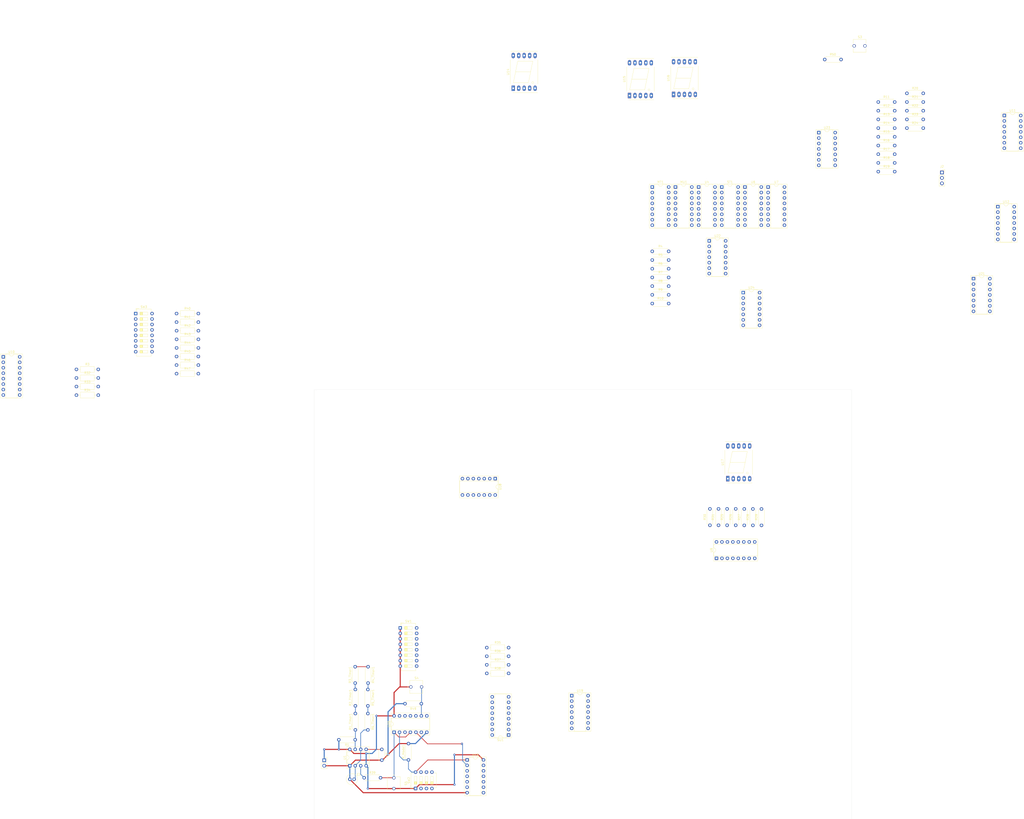
<source format=kicad_pcb>
(kicad_pcb (version 20241229) (generator "pcbnew") (generator_version "9.0")
  (layers (0 "F.Cu" signal) (2 "B.Cu" signal) (13 "F.Paste" user) (15 "B.Paste" user) (5 "F.SilkS" user "F.Silkscreen") (7 "B.SilkS" user "B.Silkscreen") (1 "F.Mask" user) (3 "B.Mask" user) (25 "Edge.Cuts" user))
  (net 0 "")
  (net 1 "Net-(U1-THRES)")
  (net 2 "+5V")
  (net 3 "Net-(U1-DISCH)")
  (net 4 "Net-(U6-a)")
  (net 5 "Net-(U1-OUT)")
  (net 6 "Net-(U14-B)")
  (net 7 "Net-(U14-F)")
  (net 8 "Net-(U14-A)")
  (net 9 "Net-(U14-C)")
  (net 10 "Net-(U14-G)")
  (net 11 "Net-(U14-D)")
  (net 12 "Net-(U14-E)")
  (net 13 "Net-(U15-B)")
  (net 14 "Net-(U15-D)")
  (net 15 "Net-(U15-E)")
  (net 16 "Net-(U15-A)")
  (net 17 "Net-(U15-C)")
  (net 18 "Net-(U15-F)")
  (net 19 "Net-(U15-G)")
  (net 20 "Net-(U16-B)")
  (net 21 "Net-(U16-E)")
  (net 22 "Net-(U16-F)")
  (net 23 "Net-(U16-A)")
  (net 24 "Net-(U16-G)")
  (net 25 "Net-(U16-C)")
  (net 26 "Net-(U16-D)")
  (net 27 "Net-(U17-G)")
  (net 28 "Net-(U17-A)")
  (net 29 "Net-(U17-D)")
  (net 30 "Net-(U17-C)")
  (net 31 "Net-(U17-B)")
  (net 32 "Net-(U17-F)")
  (net 33 "Net-(U17-E)")
  (net 34 "Net-(U6-b)")
  (net 35 "Net-(U6-c)")
  (net 36 "Net-(U6-d)")
  (net 37 "Net-(U6-e)")
  (net 38 "Net-(U6-f)")
  (net 39 "Net-(U6-g)")
  (net 40 "Net-(U4-a)")
  (net 41 "Net-(U4-b)")
  (net 42 "Net-(U4-c)")
  (net 43 "Net-(U4-d)")
  (net 44 "Net-(U4-e)")
  (net 45 "Net-(U4-f)")
  (net 46 "Net-(U4-g)")
  (net 47 "Net-(U7-a)")
  (net 48 "Net-(U7-b)")
  (net 49 "Net-(U7-c)")
  (net 50 "Net-(U7-d)")
  (net 51 "Net-(U7-e)")
  (net 52 "Net-(U7-f)")
  (net 53 "Net-(U7-g)")
  (net 54 "Net-(U9-a)")
  (net 55 "Net-(U9-b)")
  (net 56 "Net-(U9-c)")
  (net 57 "Net-(U9-d)")
  (net 58 "Net-(U9-e)")
  (net 59 "Net-(U9-f)")
  (net 60 "Net-(U9-g)")
  (net 61 "Net-(U10-I0d)")
  (net 62 "Net-(U10-I0c)")
  (net 63 "Net-(U10-I0a)")
  (net 64 "Net-(U11-3Y)")
  (net 65 "Net-(U11-2A)")
  (net 66 "Net-(U11-1A)")
  (net 67 "Net-(U11-3A)")
  (net 68 "Net-(U12-I)")
  (net 69 "Net-(U18-1A)")
  (net 70 "Net-(U12-H)")
  (net 71 "Net-(U18-1B)")
  (net 72 "Net-(U18-2A)")
  (net 73 "Net-(U13-1Y)")
  (net 74 "Net-(J2-Pin_2)")
  (net 77 "Net-(U20-1A)")
  (net 78 "Net-(U19-1Y)")
  (net 79 "Net-(U10-S)")
  (net 89 "Net-(U20-3A)")
  (net 91 "Net-(U18-2Y)")
  (net 92 "Net-(U18-1Y)")
  (net 95 "Net-(U12-L*G+H+I)")
  (net 97 "Net-(R1_Timer1-Pad2)")
  (net 98 "Net-(R2_Timer1-Pad2)")
  (net 99 "Net-(R3_Timer1-Pad2)")
  (net 100 "Net-(R4_Timer1-Pad2)")
  (net 101 "Net-(R5_Timer1-Pad2)")
  (net 110 "Net-(U24-2B)")
  (net 112 "GND")
  (net 113 "Net-(U10-I0b)")
  (net 125 "Net-(U19-2Y)")
  (net 140 "Net-(MT1-QB)")
  (net 141 "Net-(MT1-DOWN)")
  (net 142 "Net-(MT1-B)")
  (net 143 "Net-(MT1-QA)")
  (net 145 "Net-(MT1-D)")
  (net 146 "Net-(MT1-CLR)")
  (net 147 "Net-(MT1-~{LOAD})")
  (net 148 "Net-(MT1-UP)")
  (net 149 "Net-(MT1-QD)")
  (net 150 "Net-(MT1-C)")
  (net 151 "Net-(MT1-QC)")
  (net 153 "Net-(MT1-A)")
  (net 154 "Net-(MU1-DOWN)")
  (net 155 "Net-(MU1-A)")
  (net 156 "Net-(MU1-B)")
  (net 157 "Net-(MU1-QA)")
  (net 158 "Net-(MU1-QC)")
  (net 159 "Net-(MU1-QB)")
  (net 160 "Net-(MU1-D)")
  (net 161 "Net-(MU1-UP)")
  (net 162 "Net-(MU1-QD)")
  (net 163 "Net-(MU1-C)")
  (net 164 "Net-(SU1-A)")
  (net 165 "Net-(SU1-B)")
  (net 166 "Net-(SU1-C)")
  (net 167 "Net-(SU1-D)")
  (net 169 "Net-(ST1-DOWN)")
  (net 170 "Net-(ST1-~{LOAD})")
  (net 171 "Net-(ST1-C)")
  (net 172 "Net-(ST1-QD)")
  (net 173 "Net-(ST1-B)")
  (net 174 "Net-(ST1-A)")
  (net 175 "Net-(ST1-QA)")
  (net 176 "Net-(ST1-D)")
  (net 177 "Net-(ST1-QB)")
  (net 178 "Net-(ST1-UP)")
  (net 179 "Net-(ST1-CLR)")
  (net 180 "Net-(ST1-QC)")
  (net 181 "Net-(SU1-DOWN)")
  (net 182 "Net-(SU1-QC)")
  (net 183 "Net-(SU1-QD)")
  (net 184 "Net-(SU1-QB)")
  (net 185 "Net-(SU1-UP)")
  (net 186 "Net-(SU1-QA)")
  (net 187 "Net-(U1-CONT)")
  (net 189 "Net-(U13-6Y)")
  (footprint "Resistor_THT:R_Axial_DIN0207_L6.3mm_D2.5mm_P10.16mm_Horizontal" (layer "F.Cu") (at -45.83 -8.76)
    (property "Reference" "R46")
    (property "Value" "330")
  )
  (footprint "Connector_PinSocket_2.54mm:PinSocket_1x03_P2.54mm_Vertical" (layer "F.Cu") (at 310.39 -98.455)
    (property "Reference" "J2")
    (property "Value" "Conn_01x03_Socket")
  )
  (footprint "Resistor_THT:R_Axial_DIN0207_L6.3mm_D2.5mm_P7.62mm_Horizontal" (layer "F.Cu") (at 294.085 -119.115)
    (property "Reference" "R24")
    (property "Value" "330")
  )
  (footprint "Resistor_THT:R_Axial_DIN0207_L6.3mm_D2.5mm_P10.16mm_Horizontal" (layer "F.Cu") (at -45.83 -32.76)
    (property "Reference" "R40")
    (property "Value" "330")
  )
  (footprint "Resistor_THT:R_Axial_DIN0207_L6.3mm_D2.5mm_P7.62mm_Horizontal" (layer "F.Cu") (at 210.41 65.83 90)
    (property "Reference" "R25")
    (property "Value" "330")
  )
  (footprint "Resistor_THT:R_Axial_DIN0207_L6.3mm_D2.5mm_P7.62mm_Horizontal" (layer "F.Cu") (at 226.41 65.87 90)
    (property "Reference" "R29")
    (property "Value" "330")
  )
  (footprint "Footprints:SW_BUTT-2" (layer "F.Cu") (at 65.71 141.12)
    (property "Reference" "S4")
    (property "Value" "BUTT-2")
  )
  (footprint "Package_DIP:DIP-16_W7.62mm_Socket" (layer "F.Cu") (at 186.37 -91.68)
    (property "Reference" "MU1")
    (property "Value" "74LS192")
  )
  (footprint "Button_Switch_THT:SW_DIP_SPSTx08_Slide_6.7x21.88mm_W7.62mm_P2.54mm_LowProfile" (layer "F.Cu") (at 58.29 113.64)
    (property "Reference" "SW1")
    (property "Value" "SW_DIP_x08")
  )
  (footprint "Resistor_THT:R_Axial_DIN0207_L6.3mm_D2.5mm_P7.62mm_Horizontal" (layer "F.Cu") (at 62.11 175.12 90)
    (property "Reference" "R_Mode1")
    (property "Value" "330")
  )
  (footprint "Resistor_THT:R_Axial_DIN0207_L6.3mm_D2.5mm_P7.62mm_Horizontal" (layer "F.Cu") (at 280.775 -119.115)
    (property "Reference" "R14")
    (property "Value" "330")
  )
  (footprint "Resistor_THT:R_Axial_DIN0207_L6.3mm_D2.5mm_P7.62mm_Horizontal" (layer "F.Cu") (at 280.775 -102.915)
    (property "Reference" "R18")
    (property "Value" "330")
  )
  (footprint "Resistor_THT:R_Axial_DIN0207_L6.3mm_D2.5mm_P7.62mm_Horizontal" (layer "F.Cu") (at 41.49 183.42)
    (property "Reference" "R39")
    (property "Value" "330")
  )
  (footprint "Resistor_THT:R_Axial_DIN0207_L6.3mm_D2.5mm_P7.62mm_Horizontal" (layer "F.Cu") (at 68.11 148.92 180)
    (property "Reference" "R49")
    (property "Value" "330")
  )
  (footprint "Display_7Segment:7SegmentLED_LTS6760_LTS6780" (layer "F.Cu") (at 210.73 44.14 90)
    (property "Reference" "U17")
    (property "Value" "HDSP-A151")
  )
  (footprint "Resistor_THT:R_Axial_DIN0207_L6.3mm_D2.5mm_P10.16mm_Horizontal" (layer "F.Cu") (at -45.83 -4.76)
    (property "Reference" "R47")
    (property "Value" "330")
  )
  (footprint "Resistor_THT:R_Axial_DIN0207_L6.3mm_D2.5mm_P7.62mm_Horizontal" (layer "F.Cu") (at 280.775 -111.015)
    (property "Reference" "R16")
    (property "Value" "330")
  )
  (footprint "Resistor_THT:R_Axial_DIN0207_L6.3mm_D2.5mm_P10.16mm_Horizontal" (layer "F.Cu") (at -92.41 1.24)
    (property "Reference" "R33")
    (property "Value" "330")
  )
  (footprint "Resistor_THT:R_Axial_DIN0207_L6.3mm_D2.5mm_P7.62mm_Horizontal" (layer "F.Cu") (at 214.41 65.83 90)
    (property "Reference" "R26")
    (property "Value" "330")
  )
  (footprint "Package_DIP:DIP-14_W7.62mm_Socket" (layer "F.Cu") (at 253.085 -117.035)
    (property "Reference" "U23")
    (property "Value" "SN74HC32N")
  )
  (footprint "Resistor_THT:R_Axial_DIN0207_L6.3mm_D2.5mm_P7.62mm_Horizontal" (layer "F.Cu") (at 43.31 131.71 -90)
    (property "Reference" "R4_Timer1")
    (property "Value" "10k")
  )
  (footprint "Resistor_THT:R_Axial_DIN0207_L6.3mm_D2.5mm_P10.16mm_Horizontal" (layer "F.Cu") (at 98.55 126.82)
    (property "Reference" "R36")
    (property "Value" "330")
  )
  (footprint "Footprints:SW_BUTT-2" (layer "F.Cu") (at 272.055 -157.415)
    (property "Reference" "S3")
    (property "Value" "BUTT-2")
  )
  (footprint "Resistor_THT:R_Axial_DIN0207_L6.3mm_D2.5mm_P10.16mm_Horizontal" (layer "F.Cu") (at -92.41 5.24)
    (property "Reference" "R34")
    (property "Value" "330")
  )
  (footprint "Button_Switch_THT:SW_DIP_SPSTx08_Slide_6.7x21.88mm_W7.62mm_P2.54mm_LowProfile" (layer "F.Cu") (at -64.85 -32.76)
    (property "Reference" "SW3")
    (property "Value" "SW_DIP_x08")
  )
  (footprint "Resistor_THT:R_Axial_DIN0207_L6.3mm_D2.5mm_P10.16mm_Horizontal" (layer "F.Cu") (at -92.41 -2.76)
    (property "Reference" "R32")
    (property "Value" "330")
  )
  (footprint "Resistor_THT:R_Axial_DIN0207_L6.3mm_D2.5mm_P10.16mm_Horizontal" (layer "F.Cu") (at -92.41 -6.76)
    (property "Reference" "R3")
    (property "Value" "330")
  )
  (footprint "Resistor_THT:R_Axial_DIN0207_L6.3mm_D2.5mm_P7.62mm_Horizontal" (layer "F.Cu") (at 175.58 -53.63)
    (property "Reference" "R6")
    (property "Value" "330")
  )
  (footprint "Resistor_THT:R_Axial_DIN0207_L6.3mm_D2.5mm_P10.16mm_Horizontal" (layer "F.Cu") (at 98.55 130.82)
    (property "Reference" "R37")
    (property "Value" "330")
  )
  (footprint "Resistor_THT:R_Axial_DIN0207_L6.3mm_D2.5mm_P7.62mm_Horizontal" (layer "F.Cu") (at 280.775 -123.165)
    (property "Reference" "R13")
    (property "Value" "330")
  )
  (footprint "Connector_PinSocket_2.54mm:PinSocket_1x02_P2.54mm_Vertical" (layer "F.Cu") (at 22.91 175.28)
    (property "Reference" "J1" (hide yes))
    (property "Value" "Conn_01x02_Socket")
  )
  (footprint "Package_DIP:DIP-14_W7.62mm_Socket" (layer "F.Cu") (at 339.435 -124.995)
    (property "Reference" "U11")
    (property "Value" "SN74HC04N")
  )
  (footprint "Package_DIP:DIP-16_W7.62mm_Socket" (layer "F.Cu") (at 175.59 -91.68)
    (property "Reference" "MT1")
    (property "Value" "74LS192")
  )
  (footprint "Resistor_THT:R_Axial_DIN0207_L6.3mm_D2.5mm_P7.62mm_Horizontal" (layer "F.Cu") (at 175.58 -49.58)
    (property "Reference" "R7")
    (property "Value" "330")
  )
  (footprint "Resistor_THT:R_Axial_DIN0207_L6.3mm_D2.5mm_P7.62mm_Horizontal" (layer "F.Cu") (at 37.41 161.13 90)
    (property "Reference" "R1_Timer1")
    (property "Value" "22k")
  )
  (footprint "Package_DIP:DIP-16_W7.62mm_Socket" (layer "F.Cu") (at 108.72 163.51 180)
    (property "Reference" "SU1")
    (property "Value" "74LS192")
  )
  (footprint "Resistor_THT:R_Axial_DIN0207_L6.3mm_D2.5mm_P7.62mm_Horizontal" (layer "F.Cu") (at 175.58 -45.53)
    (property "Reference" "R8")
    (property "Value" "330")
  )
  (footprint "Resistor_THT:R_Axial_DIN0207_L6.3mm_D2.5mm_P7.62mm_Horizontal" (layer "F.Cu") (at 294.085 -123.165)
    (property "Reference" "R23")
    (property "Value" "330")
  )
  (footprint "Resistor_THT:R_Axial_DIN0207_L6.3mm_D2.5mm_P7.62mm_Horizontal" (layer "F.Cu") (at 175.58 -61.73)
    (property "Reference" "R4")
    (property "Value" "330")
  )
  (footprint "Resistor_THT:R_Axial_DIN0207_L6.3mm_D2.5mm_P7.62mm_Horizontal" (layer "F.Cu") (at 206.41 65.83 90)
    (property "Reference" "R31")
    (property "Value" "330")
  )
  (footprint "Package_DIP:DIP-14_W7.62mm_Socket" (layer "F.Cu") (at 202.095 -66.615)
    (property "Reference" "U22")
    (property "Value" "CD4023BE")
  )
  (footprint "Display_7Segment:7SegmentLED_LTS6760_LTS6780" (layer "F.Cu") (at 110.87 -137.68 90)
    (property "Reference" "U14")
    (property "Value" "HDSP-A151")
  )
  (footprint "Package_DIP:DIP-14_W7.62mm_Socket" (layer "F.Cu") (at 55.41 162.22 90)
    (property "Reference" "U20")
    (property "Value" "SN74HC32N")
  )
  (footprint "Resistor_THT:R_Axial_DIN0207_L6.3mm_D2.5mm_P10.16mm_Horizontal" (layer "F.Cu") (at -45.83 -28.76)
    (property "Reference" "R41")
    (property "Value" "330")
  )
  (footprint "Resistor_THT:R_Axial_DIN0207_L6.3mm_D2.5mm_P7.62mm_Horizontal" (layer "F.Cu") (at 280.775 -127.215)
    (property "Reference" "R12")
    (property "Value" "330")
  )
  (footprint "Package_DIP:DIP-16_W7.62mm_Socket" (layer "F.Cu") (at -126.45 -12.6)
    (property "Reference" "U10")
    (property "Value" "74LS157")
  )
  (footprint "Package_DIP:DIP-14_W7.62mm_Socket" (layer "F.Cu") (at 138.09 145.18)
    (property "Reference" "U19")
    (property "Value" "SN74HC08N")
  )
  (footprint "Resistor_THT:R_Axial_DIN0207_L6.3mm_D2.5mm_P7.62mm_Horizontal" (layer "F.Cu") (at 294.085 -135.315)
    (property "Reference" "R20")
    (property "Value" "330")
  )
  (footprint "Resistor_THT:R_Axial_DIN0207_L6.3mm_D2.5mm_P7.62mm_Horizontal" (layer "F.Cu") (at 280.775 -131.265)
    (property "Reference" "R11")
    (property "Value" "330")
  )
  (footprint "Capacitor_THT:C_Disc_D5.0mm_W2.5mm_P5.00mm" (layer "F.Cu") (at 49.71 170.22 -90)
    (property "Reference" "C2")
    (property "Value" "10n")
  )
  (footprint "Package_DIP:DIP-16_W7.62mm_Socket" (layer "F.Cu") (at 229.49 -91.68)
    (property "Reference" "U7")
    (property "Value" "74LS47")
  )
  (footprint "Resistor_THT:R_Axial_DIN0207_L6.3mm_D2.5mm_P7.62mm_Horizontal" (layer "F.Cu") (at 37.41 149.93 90)
    (property "Reference" "R2_Timer1")
    (property "Value" "22k")
  )
  (footprint "Package_DIP:DIP-16_W7.62mm_Socket" (layer "F.Cu") (at 205.47 81.22 90)
    (property "Reference" "U9")
    (property "Value" "74LS47")
  )
  (footprint "Resistor_THT:R_Axial_DIN0207_L6.3mm_D2.5mm_P7.62mm_Horizontal" (layer "F.Cu") (at 175.58 -57.68)
    (property "Reference" "R5")
    (property "Value" "330")
  )
  (footprint "Capacitor_THT:C_Radial_D5.0mm_H11.0mm_P2.00mm" (layer "F.Cu") (at 36.81 184.12 180)
    (property "Reference" "C1")
    (property "Value" "10u")
  )
  (footprint "Resistor_THT:R_Axial_DIN0207_L6.3mm_D2.5mm_P7.62mm_Horizontal" (layer "F.Cu") (at 294.085 -131.265)
    (property "Reference" "R21")
    (property "Value" "330")
  )
  (footprint "Resistor_THT:R_Axial_DIN0207_L6.3mm_D2.5mm_P7.62mm_Horizontal" (layer "F.Cu") (at 280.775 -106.965)
    (property "Reference" "R17")
    (property "Value" "330")
  )
  (footprint "Resistor_THT:R_Axial_DIN0207_L6.3mm_D2.5mm_P10.16mm_Horizontal" (layer "F.Cu") (at 98.55 122.82)
    (property "Reference" "R35")
    (property "Value" "330")
  )
  (footprint "Package_DIP:DIP-16_W7.62mm_Socket" (layer "F.Cu") (at 197.15 -91.68)
    (property "Reference" "U4")
    (property "Value" "74LS47")
  )
  (footprint "Package_DIP:DIP-14_W7.62mm_Socket" (layer "F.Cu") (at 217.905 -42.53)
    (property "Reference" "U24")
    (property "Value" "SN74HC08N")
  )
  (footprint "Resistor_THT:R_Axial_DIN0207_L6.3mm_D2.5mm_P10.16mm_Horizontal" (layer "F.Cu") (at -45.81 -16.76)
    (property "Reference" "R44")
    (property "Value" "330")
  )
  (footprint "Package_DIP:DIP-16_W7.62mm_Socket" (layer "F.Cu") (at 207.93 -91.68)
    (property "Reference" "ST1")
    (property "Value" "74LS192")
  )
  (footprint "Resistor_THT:R_Axial_DIN0207_L6.3mm_D2.5mm_P7.62mm_Horizontal" (layer "F.Cu") (at 280.775 -98.865)
    (property "Reference" "R19")
    (property "Value" "330")
  )
  (footprint "Resistor_THT:R_Axial_DIN0207_L6.3mm_D2.5mm_P7.62mm_Horizontal" (layer "F.Cu") (at 43.21 153.52 -90)
    (property "Reference" "R6_Timer1")
    (property "Value" "10k")
  )
  (footprint "Resistor_THT:R_Axial_DIN0207_L6.3mm_D2.5mm_P7.62mm_Horizontal" (layer "F.Cu") (at 202.41 65.83 90)
    (property "Reference" "R30")
    (property "Value" "330")
  )
  (footprint "Package_DIP:DIP-14_W7.62mm_Socket" (layer "F.Cu") (at 89.41 175.12)
    (property "Reference" "U13")
    (property "Value" "SN74HC04N")
  )
  (footprint "Package_DIP:DIP-8_W7.62mm_Socket" (layer "F.Cu") (at 34.8 177.83 90)
    (property "Reference" "U1")
    (property "Value" "NE555P")
  )
  (footprint "Resistor_THT:R_Axial_DIN0207_L6.3mm_D2.5mm_P7.62mm_Horizontal" (layer "F.Cu") (at 175.58 -41.48)
    (property "Reference" "R9")
    (property "Value" "330")
  )
  (footprint "Package_DIP:DIP-14_W7.62mm_Socket" (layer "F.Cu") (at 325.085 -49.035)
    (property "Reference" "U21")
    (property "Value" "CD4075BE")
  )
  (footprint "Package_DIP:DIP-14_W7.62mm_Socket" (layer "F.Cu") (at 102.48 44.13 -90)
    (property "Reference" "U18")
    (property "Value" "SN74HC32N")
  )
  (footprint "Resistor_THT:R_Axial_DIN0207_L6.3mm_D2.5mm_P7.62mm_Horizontal" (layer "F.Cu") (at 37.31 139.33 90)
    (property "Reference" "R3_Timer1")
    (property "Value" "10k")
  )
  (footprint "Resistor_THT:R_Axial_DIN0207_L6.3mm_D2.5mm_P7.62mm_Horizontal" (layer "F.Cu") (at 175.58 -37.43)
    (property "Reference" "R10")
    (property "Value" "330")
  )
  (footprint "Resistor_THT:R_Axial_DIN0207_L6.3mm_D2.5mm_P7.62mm_Horizontal" (layer "F.Cu") (at 43.21 142.32 -90)
    (property "Reference" "R5_Timer1")
    (property "Value" "10k")
  )
  (footprint "Display_7Segment:7SegmentLED_LTS6760_LTS6780" (layer "F.Cu") (at 185.475 -134.795 90)
    (property "Reference" "U16")
    (property "Value" "HDSP-A151")
  )
  (footprint "Button_Switch_THT:SW_DIP_SPSTx04_Slide_6.7x11.72mm_W7.62mm_P2.54mm_LowProfile" (layer "F.Cu") (at 65.41 188.42 90)
    (property "Reference" "SW2")
    (property "Value" "SW_DIP_x04")
  )
  (footprint "Resistor_THT:R_Axial_DIN0207_L6.3mm_D2.5mm_P10.16mm_Horizontal" (layer "F.Cu") (at -45.81 -20.76)
    (property "Reference" "R43")
    (property "Value" "330")
  )
  (footprint "Resistor_THT:R_Axial_DIN0207_L6.3mm_D2.5mm_P7.62mm_Horizontal" (layer "F.Cu") (at 255.82 -151.065)
    (property "Reference" "R50")
    (property "Value" "10k")
  )
  (footprint "Resistor_THT:R_Axial_DIN0207_L6.3mm_D2.5mm_P10.16mm_Horizontal" (layer "F.Cu") (at -45.83 -12.76)
    (property "Reference" "R45")
    (property "Value" "330")
  )
  (footprint "Display_7Segment:7SegmentLED_LTS6760_LTS6780" (layer "F.Cu") (at 164.975 -134.295 90)
    (property "Reference" "U15")
    (property "Value" "HDSP-A151")
  )
  (footprint "Package_DIP:DIP-16_W7.62mm_Socket" (layer "F.Cu") (at 218.71 -91.68)
    (property "Reference" "U6")
    (property "Value" "74LS47")
  )
  (footprint "Resistor_THT:R_Axial_DIN0207_L6.3mm_D2.5mm_P7.62mm_Horizontal" (layer "F.Cu") (at 218.41 65.87 90)
    (property "Reference" "R27")
    (property "Value" "330")
  )
  (footprint "Package_DIP:DIP-14_W7.62mm_Socket" (layer "F.Cu") (at 336.415 -82.535)
    (property "Reference" "U12")
    (property "Value" "CD4075BE")
  )
  (footprint "Resistor_THT:R_Axial_DIN0207_L6.3mm_D2.5mm_P10.16mm_Horizontal" (layer "F.Cu") (at -45.81 -24.76)
    (property "Reference" "R42")
    (property "Value" "330")
  )
  (footprint "Footprints:SW_BUTT-2" (layer "F.Cu") (at 55.31 185.9555 -90)
    (property "Reference" "S5")
    (property "Value" "BUTT-2")
  )
  (footprint "Resistor_THT:R_Axial_DIN0207_L6.3mm_D2.5mm_P7.62mm_Horizontal" (layer "F.Cu") (at 37.32 165.72 180)
    (property "Reference" "R1")
    (property "Value" "1k")
  )
  (footprint "Resistor_THT:R_Axial_DIN0207_L6.3mm_D2.5mm_P7.62mm_Horizontal" (layer "F.Cu") (at 280.775 -115.065)
    (property "Reference" "R15")
    (property "Value" "330")
  )
  (footprint "Resistor_THT:R_Axial_DIN0207_L6.3mm_D2.5mm_P10.16mm_Horizontal" (layer "F.Cu") (at 98.55 134.82)
    (property "Reference" "R38")
    (property "Value" "330")
  )
  (footprint "Resistor_THT:R_Axial_DIN0207_L6.3mm_D2.5mm_P7.62mm_Horizontal" (layer "F.Cu") (at 294.085 -127.215)
    (property "Reference" "R22")
    (property "Value" "330")
  )
  (footprint "Resistor_THT:R_Axial_DIN0207_L6.3mm_D2.5mm_P7.62mm_Horizontal" (layer "F.Cu") (at 222.41 65.87 90)
    (property "Reference" "R28")
    (property "Value" "330")
  )
  (gr_line (start 18.31 202.72) (end 268.31 202.72) (stroke (width 0.05)) (layer "Edge.Cuts"))
  (gr_line (start 268.31 202.72) (end 268.31 2.72) (stroke (width 0.05)) (layer "Edge.Cuts"))
  (gr_line (start 268.31 2.72) (end 18.31 2.72) (stroke (width 0.05)) (layer "Edge.Cuts"))
  (gr_line (start 18.31 2.72) (end 18.31 202.72) (stroke (width 0.05)) (layer "Edge.Cuts"))
  (segment (start 37.34 183.59) (end 36.81 184.12) (width 0.3) (layer "B.Cu") (net 1))
  (segment (start 41.39 161.14) (end 39.88 162.65) (width 0.3) (layer "B.Cu") (net 1))
  (segment (start 43.21 161.14) (end 41.39 161.14) (width 0.3) (layer "B.Cu") (net 1))
  (segment (start 39.88 175.25) (end 39.88 170.21) (width 0.3) (layer "B.Cu") (net 1))
  (segment (start 39.88 162.65) (end 39.88 170.21) (width 0.3) (layer "B.Cu") (net 1))
  (segment (start 37.34 177.79) (end 39.88 175.25) (width 0.3) (layer "B.Cu") (net 1))
  (segment (start 37.34 177.83) (end 37.34 183.59) (width 0.3) (layer "B.Cu") (net 1))
  (segment (start 37.34 177.83) (end 37.34 177.79) (width 0.3) (layer "B.Cu") (net 1))
  (segment (start 58.01 141.12) (end 58.41 141.12) (width 0.5) (layer "F.Cu") (net 2))
  (segment (start 36.71 172.12) (end 34.8 170.21) (width 0.5) (layer "F.Cu") (net 2))
  (segment (start 58.29 131.42) (end 58.29 141) (width 0.5) (layer "F.Cu") (net 2))
  (segment (start 55.41 143.72) (end 58.01 141.12) (width 0.5) (layer "F.Cu") (net 2))
  (segment (start 65.41 188.42) (end 67.21 186.62) (width 0.5) (layer "F.Cu") (net 2))
  (segment (start 22.92 170.21) (end 29.71 170.21) (width 0.5) (layer "F.Cu") (net 2))
  (segment (start 55.3455 188.42) (end 55.31 188.4555) (width 0.5) (layer "F.Cu") (net 2))
  (segment (start 58.29 113.64) (end 58.29 116.18) (width 0.5) (layer "F.Cu") (net 2))
  (segment (start 58.29 141) (end 58.41 141.12) (width 0.5) (layer "F.Cu") (net 2))
  (segment (start 29.71 170.21) (end 34.8 170.21) (width 0.5) (layer "F.Cu") (net 2))
  (segment (start 58.29 118.72) (end 58.29 121.26) (width 0.5) (layer "F.Cu") (net 2))
  (segment (start 58.29 123.8) (end 58.29 126.34) (width 0.5) (layer "F.Cu") (net 2))
  (segment (start 94.63 172.72) (end 97.03 175.12) (width 0.5) (layer "F.Cu") (net 2))
  (segment (start 58.29 118.72) (end 58.29 116.18) (width 0.5) (layer "F.Cu") (net 2))
  (segment (start 58.29 126.34) (end 58.29 128.88) (width 0.5) (layer "F.Cu") (net 2))
  (segment (start 65.41 188.42) (end 55.3455 188.42) (width 0.5) (layer "F.Cu") (net 2))
  (segment (start 55.41 154.6) (end 55.41 143.72) (width 0.5) (layer "F.Cu") (net 2))
  (segment (start 22.91 170.22) (end 22.92 170.21) (width 0.5) (layer "F.Cu") (net 2))
  (segment (start 58.41 141.12) (end 63.21 141.12) (width 0.5) (layer "F.Cu") (net 2))
  (segment (start 43.219999 188.410001) (end 43.265498 188.4555) (width 0.5) (layer "F.Cu") (net 2))
  (segment (start 42.41 172.12) (end 36.71 172.12) (width 0.5) (layer "F.Cu") (net 2))
  (segment (start 43.265498 188.4555) (end 55.31 188.4555) (width 0.5) (layer "F.Cu") (net 2))
  (segment (start 83.51 172.72) (end 94.63 172.72) (width 0.5) (layer "F.Cu") (net 2))
  (segment (start 67.21 186.62) (end 83.51 186.62) (width 0.5) (layer "F.Cu") (net 2))
  (segment (start 47.21 154.6) (end 55.41 154.6) (width 0.5) (layer "F.Cu") (net 2))
  (segment (start 58.29 128.88) (end 58.29 131.42) (width 0.5) (layer "F.Cu") (net 2))
  (segment (start 58.29 121.26) (end 58.29 123.8) (width 0.5) (layer "F.Cu") (net 2))
  (via (at 22.91 170.22) (size 1) (drill 0.4) (layers "F.Cu" "B.Cu") (net 2))
  (via (at 83.51 172.72) (size 1) (drill 0.4) (layers "F.Cu" "B.Cu") (net 2))
  (via (at 47.21 154.6) (size 1) (drill 0.4) (layers "F.Cu" "B.Cu") (net 2))
  (via (at 29.71 170.21) (size 1) (drill 0.4) (layers "F.Cu" "B.Cu") (net 2))
  (via (at 83.51 186.62) (size 1) (drill 0.4) (layers "F.Cu" "B.Cu") (net 2))
  (via (at 42.41 172.12) (size 1) (drill 0.4) (layers "F.Cu" "B.Cu") (net 2))
  (via (at 43.219999 188.410001) (size 1) (drill 0.4) (layers "F.Cu" "B.Cu") (net 2))
  (segment (start 83.51 186.62) (end 83.51 172.72) (width 0.5) (layer "B.Cu") (net 2))
  (segment (start 42.42 177.83) (end 42.42 172.13) (width 0.5) (layer "B.Cu") (net 2))
  (segment (start 42.42 177.83) (end 43.219999 178.629999) (width 0.5) (layer "B.Cu") (net 2))
  (segment (start 43.219999 178.629999) (end 43.219999 188.410001) (width 0.5) (layer "B.Cu") (net 2))
  (segment (start 47.21 154.6) (end 47.21 170.12) (width 0.5) (layer "B.Cu") (net 2))
  (segment (start 29.71 170.21) (end 29.71 165.73) (width 0.5) (layer "B.Cu") (net 2))
  (segment (start 42.42 172.13) (end 42.41 172.12) (width 0.5) (layer "B.Cu") (net 2))
  (segment (start 45.21 172.12) (end 42.41 172.12) (width 0.5) (layer "B.Cu") (net 2))
  (segment (start 47.21 170.12) (end 45.21 172.12) (width 0.5) (layer "B.Cu") (net 2))
  (segment (start 22.91 175.28) (end 22.91 170.22) (width 0.5) (layer "B.Cu") (net 2))
  (segment (start 29.71 165.73) (end 29.7 165.72) (width 0.5) (layer "B.Cu") (net 2))
  (segment (start 37.32 170.19) (end 37.34 170.21) (width 0.3) (layer "B.Cu") (net 3))
  (segment (start 37.32 165.72) (end 37.32 165.41) (width 0.3) (layer "B.Cu") (net 3))
  (segment (start 37.32 165.72) (end 37.32 170.19) (width 0.3) (layer "B.Cu") (net 3))
  (segment (start 37.32 165.41) (end 37.41 165.32) (width 0.3) (layer "B.Cu") (net 3))
  (segment (start 37.41 165.32) (end 37.41 161.13) (width 0.3) (layer "B.Cu") (net 3))
  (segment (start 39.88 177.83) (end 39.88 181.81) (width 0.3) (layer "B.Cu") (net 5))
  (segment (start 39.88 181.81) (end 41.49 183.42) (width 0.3) (layer "B.Cu") (net 5))
  (segment (start 71.09 175.12) (end 65.41 180.8) (width 0.3) (layer "F.Cu") (net 67))
  (segment (start 89.41 175.12) (end 71.09 175.12) (width 0.3) (layer "F.Cu") (net 67))
  (segment (start 57.95 173.36) (end 57.95 162.22) (width 0.3) (layer "B.Cu") (net 67))
  (segment (start 65.51 180.7) (end 65.41 180.8) (width 0.3) (layer "B.Cu") (net 67))
  (segment (start 62.11 175.12) (end 59.71 175.12) (width 0.3) (layer "B.Cu") (net 67))
  (segment (start 65.41 180.8) (end 63.59 180.8) (width 0.3) (layer "B.Cu") (net 67))
  (segment (start 63.59 180.8) (end 62.11 179.32) (width 0.3) (layer "B.Cu") (net 67))
  (segment (start 59.71 175.12) (end 57.95 173.36) (width 0.3) (layer "B.Cu") (net 67))
  (segment (start 62.11 179.32) (end 62.11 175.12) (width 0.3) (layer "B.Cu") (net 67))
  (segment (start 87.01 167.62) (end 70.97 167.62) (width 0.3) (layer "F.Cu") (net 73))
  (segment (start 70.97 167.62) (end 65.57 162.22) (width 0.3) (layer "F.Cu") (net 73))
  (via (at 87.01 167.62) (size 1) (drill 0.4) (layers "F.Cu" "B.Cu") (net 73))
  (segment (start 87.01 167.62) (end 87.31 167.92) (width 0.3) (layer "B.Cu") (net 73))
  (segment (start 87.31 175.56) (end 89.41 177.66) (width 0.3) (layer "B.Cu") (net 73))
  (segment (start 87.31 167.92) (end 87.31 175.56) (width 0.3) (layer "B.Cu") (net 73))
  (segment (start 55.2745 183.42) (end 55.31 183.4555) (width 0.3) (layer "F.Cu") (net 77))
  (segment (start 49.11 183.42) (end 55.2745 183.42) (width 0.3) (layer "F.Cu") (net 77))
  (segment (start 55.41 162.22) (end 57.61 164.42) (width 0.3) (layer "F.Cu") (net 77))
  (segment (start 57.61 164.42) (end 60.83 164.42) (width 0.3) (layer "F.Cu") (net 77))
  (segment (start 60.83 164.42) (end 63.03 162.22) (width 0.3) (layer "F.Cu") (net 77))
  (segment (start 55.41 162.22) (end 55.41 183.3555) (width 0.3) (layer "B.Cu") (net 77))
  (segment (start 55.41 183.3555) (end 55.31 183.4555) (width 0.3) (layer "B.Cu") (net 77))
  (segment (start 68.21 141.12) (end 68.21 148.82) (width 0.3) (layer "B.Cu") (net 89))
  (segment (start 68.11 148.92) (end 68.11 154.6) (width 0.3) (layer "B.Cu") (net 89))
  (segment (start 68.21 148.82) (end 68.11 148.92) (width 0.3) (layer "B.Cu") (net 89))
  (segment (start 37.41 153.51) (end 37.41 149.93) (width 0.3) (layer "B.Cu") (net 97))
  (segment (start 37.31 142.21) (end 37.41 142.31) (width 0.3) (layer "B.Cu") (net 98))
  (segment (start 37.31 139.33) (end 37.31 142.21) (width 0.3) (layer "B.Cu") (net 98))
  (segment (start 37.31 131.71) (end 43.31 131.71) (width 0.3) (layer "F.Cu") (net 99))
  (segment (start 43.31 142.22) (end 43.21 142.32) (width 0.3) (layer "B.Cu") (net 100))
  (segment (start 43.31 139.33) (end 43.31 142.22) (width 0.3) (layer "B.Cu") (net 100))
  (segment (start 43.21 149.94) (end 43.21 153.52) (width 0.3) (layer "B.Cu") (net 101))
  (segment (start 52.61 172.62) (end 57.73 167.5) (width 0.5) (layer "F.Cu") (net 112))
  (segment (start 22.91 177.82) (end 34.79 177.82) (width 0.5) (layer "F.Cu") (net 112))
  (segment (start 50.01 175.22) (end 52.61 172.62) (width 0.5) (layer "F.Cu") (net 112))
  (segment (start 34.79 177.82) (end 34.8 177.83) (width 0.5) (layer "F.Cu") (net 112))
  (segment (start 34.8 177.83) (end 37.41 175.22) (width 0.5) (layer "F.Cu") (net 112))
  (segment (start 49.71 175.22) (end 50.01 175.22) (width 0.5) (layer "F.Cu") (net 112))
  (segment (start 37.41 175.22) (end 49.71 175.22) (width 0.5) (layer "F.Cu") (net 112))
  (segment (start 41.05 190.36) (end 89.41 190.36) (width 0.5) (layer "F.Cu") (net 112))
  (segment (start 34.81 184.12) (end 41.05 190.36) (width 0.5) (layer "F.Cu") (net 112))
  (segment (start 57.73 167.5) (end 62.11 167.5) (width 0.5) (layer "F.Cu") (net 112))
  (via (at 52.61 172.62) (size 1) (drill 0.4) (layers "F.Cu" "B.Cu") (net 112))
  (segment (start 56.41 148.92) (end 60.49 148.92) (width 0.5) (layer "B.Cu") (net 112))
  (segment (start 62.11 167.5) (end 65.37 167.5) (width 0.5) (layer "B.Cu") (net 112))
  (segment (start 65.37 167.5) (end 70.65 162.22) (width 0.5) (layer "B.Cu") (net 112))
  (segment (start 34.8 184.11) (end 34.81 184.12) (width 0.5) (layer "B.Cu") (net 112))
  (segment (start 52.61 172.62) (end 52.61 152.72) (width 0.5) (layer "B.Cu") (net 112))
  (segment (start 52.61 152.72) (end 56.41 148.92) (width 0.5) (layer "B.Cu") (net 112))
  (segment (start 34.8 177.83) (end 34.8 184.11) (width 0.5) (layer "B.Cu") (net 112))
  (segment (start 49.7 170.21) (end 49.71 170.22) (width 0.3) (layer "F.Cu") (net 187))
  (segment (start 42.42 170.21) (end 49.7 170.21) (width 0.3) (layer "F.Cu") (net 187))
)
</source>
